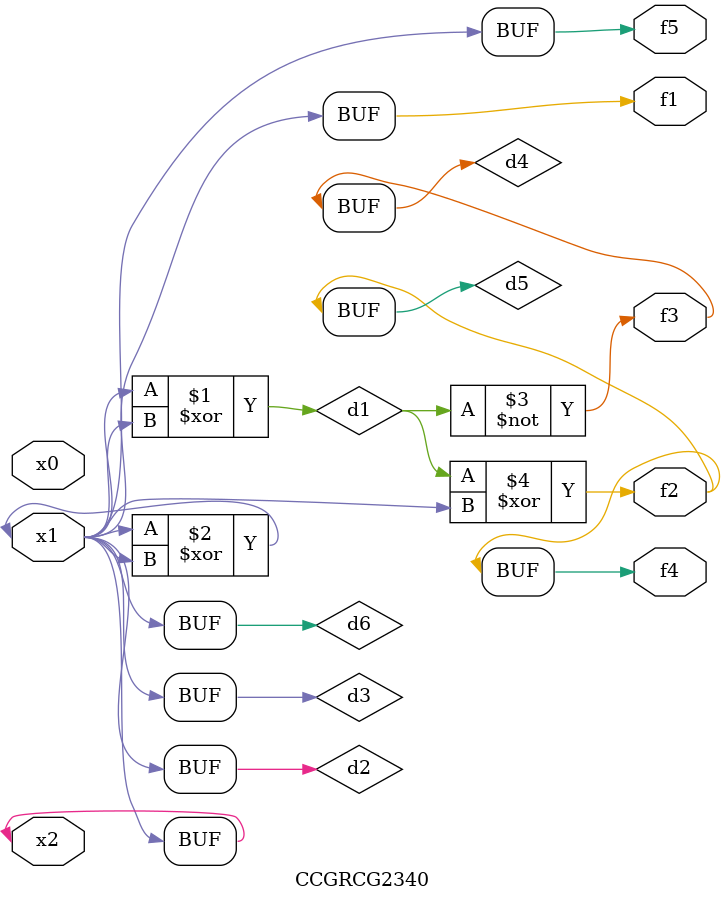
<source format=v>
module CCGRCG2340(
	input x0, x1, x2,
	output f1, f2, f3, f4, f5
);

	wire d1, d2, d3, d4, d5, d6;

	xor (d1, x1, x2);
	buf (d2, x1, x2);
	xor (d3, x1, x2);
	nor (d4, d1);
	xor (d5, d1, d2);
	buf (d6, d2, d3);
	assign f1 = d6;
	assign f2 = d5;
	assign f3 = d4;
	assign f4 = d5;
	assign f5 = d6;
endmodule

</source>
